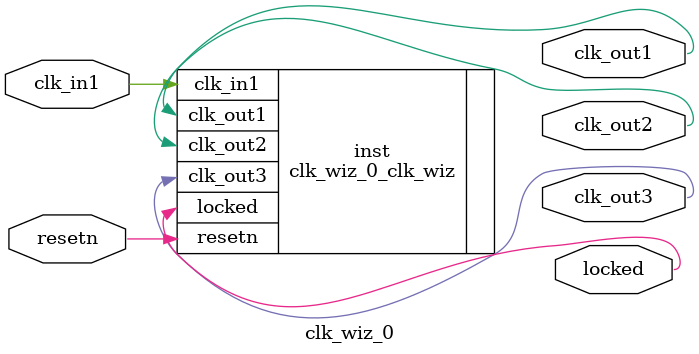
<source format=v>


`timescale 1ps/1ps

(* CORE_GENERATION_INFO = "clk_wiz_0,clk_wiz_v6_0_4_0_0,{component_name=clk_wiz_0,use_phase_alignment=true,use_min_o_jitter=false,use_max_i_jitter=false,use_dyn_phase_shift=false,use_inclk_switchover=false,use_dyn_reconfig=false,enable_axi=0,feedback_source=FDBK_AUTO,PRIMITIVE=MMCM,num_out_clk=3,clkin1_period=10.000,clkin2_period=10.000,use_power_down=false,use_reset=true,use_locked=true,use_inclk_stopped=false,feedback_type=SINGLE,CLOCK_MGR_TYPE=NA,manual_override=false}" *)

module clk_wiz_0 
 (
  // Clock out ports
  output        clk_out1,
  output        clk_out2,
  output        clk_out3,
  // Status and control signals
  input         resetn,
  output        locked,
 // Clock in ports
  input         clk_in1
 );

  clk_wiz_0_clk_wiz inst
  (
  // Clock out ports  
  .clk_out1(clk_out1),
  .clk_out2(clk_out2),
  .clk_out3(clk_out3),
  // Status and control signals               
  .resetn(resetn), 
  .locked(locked),
 // Clock in ports
  .clk_in1(clk_in1)
  );

endmodule

</source>
